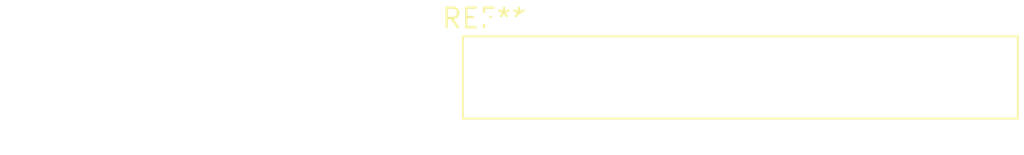
<source format=kicad_pcb>
(kicad_pcb (version 20240108) (generator pcbnew)
  (layers (0 "F.Cu" signal) (31 "B.Cu" signal) (34 "B.Paste" user) (35 "F.Paste" user) (36 "B.SilkS" user "B.Silkscreen") (37 "F.SilkS" user "F.Silkscreen") (38 "B.Mask" user) (39 "F.Mask" user) (44 "Edge.Cuts" user))
  (net 0 "")
  (footprint "Samtec_HLE-114-02-xx-DV-PE-LC_2x14_P2.54mm_Horizontal" (layer "F.Cu") (at 0 0)
    (property "Reference" "REF**")
    (property "Value" "Samtec_HLE-114-02-xx-DV-PE-LC_2x14_P2.54mm_Horizontal")
    (fp_line (start -1.38 1.16) (end 34.4 1.16) (layer "F.SilkS") (stroke (width 0.12)))
    (fp_line (start -1.38 6.46) (end -1.38 1.16) (layer "F.SilkS") (stroke (width 0.12)))
    (fp_line (start 34.4 1.16) (end 34.4 6.46) (layer "F.SilkS") (stroke (width 0.12)))
    (fp_line (start 34.4 6.46) (end -1.38 6.46) (layer "F.SilkS") (stroke (width 0.12)))
    (pad "" np_thru_hole circle (at 0 2.54) (size 1.4 1.4) (drill 1.4) (layers *.Cu *.Mask))
    (pad "" np_thru_hole circle (at 0 5.08) (size 1.4 1.4) (drill 1.4) (layers *.Cu *.Mask))
    (pad "" np_thru_hole circle (at 1.27 3.81) (size 1.19 1.19) (drill 1.19) (layers *.Cu *.Mask))
    (pad "" np_thru_hole circle (at 2.54 2.54) (size 1.4 1.4) (drill 1.4) (layers *.Cu *.Mask))
    (pad "" np_thru_hole circle (at 2.54 5.08) (size 1.4 1.4) (drill 1.4) (layers *.Cu *.Mask))
    (pad "" np_thru_hole circle (at 5.08 2.54) (size 1.4 1.4) (drill 1.4) (layers *.Cu *.Mask))
    (pad "" np_thru_hole circle (at 5.08 5.08) (size 1.4 1.4) (drill 1.4) (layers *.Cu *.Mask))
    (pad "" np_thru_hole circle (at 7.62 2.54) (size 1.4 1.4) (drill 1.4) (layers *.Cu *.Mask))
    (pad "" np_thru_hole circle (at 7.62 5.08) (size 1.4 1.4) (drill 1.4) (layers *.Cu *.Mask))
    (pad "" np_thru_hole circle (at 10.16 2.54) (size 1.4 1.4) (drill 1.4) (layers *.Cu *.Mask))
    (pad "" np_thru_hole circle (at 10.16 5.08) (size 1.4 1.4) (drill 1.4) (layers *.Cu *.Mask))
    (pad "" np_thru_hole circle (at 12.7 2.54) (size 1.4 1.4) (drill 1.4) (layers *.Cu *.Mask))
    (pad "" np_thru_hole circle (at 12.7 5.08) (size 1.4 1.4) (drill 1.4) (layers *.Cu *.Mask))
    (pad "" np_thru_hole circle (at 15.24 2.54) (size 1.4 1.4) (drill 1.4) (layers *.Cu *.Mask))
    (pad "" np_thru_hole circle (at 15.24 5.08) (size 1.4 1.4) (drill 1.4) (layers *.Cu *.Mask))
    (pad "" np_thru_hole circle (at 17.78 2.54) (size 1.4 1.4) (drill 1.4) (layers *.Cu *.Mask))
    (pad "" np_thru_hole circle (at 17.78 5.08) (size 1.4 1.4) (drill 1.4) (layers *.Cu *.Mask))
    (pad "" np_thru_hole circle (at 20.32 2.54) (size 1.4 1.4) (drill 1.4) (layers *.Cu *.Mask))
    (pad "" np_thru_hole circle (at 20.32 5.08) (size 1.4 1.4) (drill 1.4) (layers *.Cu *.Mask))
    (pad "" np_thru_hole circle (at 22.86 2.54) (size 1.4 1.4) (drill 1.4) (layers *.Cu *.Mask))
    (pad "" np_thru_hole circle (at 22.86 5.08) (size 1.4 1.4) (drill 1.4) (layers *.Cu *.Mask))
    (pad "" np_thru_hole circle (at 25.4 2.54) (size 1.4 1.4) (drill 1.4) (layers *.Cu *.Mask))
    (pad "" np_thru_hole circle (at 25.4 5.08) (size 1.4 1.4) (drill 1.4) (layers *.Cu *.Mask))
    (pad "" np_thru_hole circle (at 27.94 2.54) (size 1.4 1.4) (drill 1.4) (layers *.Cu *.Mask))
    (pad "" np_thru_hole circle (at 27.94 5.08) (size 1.4 1.4) (drill 1.4) (layers *.Cu *.Mask))
    (pad "" np_thru_hole circle (at 30.48 2.54) (size 1.4 1.4) (drill 1.4) (layers *.Cu *.Mask))
    (pad "" np_thru_hole circle (at 30.48 5.08) (size 1.4 1.4) (drill 1.4) (layers *.Cu *.Mask))
    (pad "" np_thru_hole circle (at 31.75 3.81) (size 1.19 1.19) (drill 1.19) (layers *.Cu *.Mask))
    (pad "" np_thru_hole circle (at 33.02 2.54) (size 1.4 1.4) (drill 1.4) (layers *.Cu *.Mask))
    (pad "" np_thru_hole circle (at 33.02 5.08) (size 1.4 1.4) (drill 1.4) (layers *.Cu *.Mask))
    (pad "1" thru_hole roundrect (at 0 0) (size 1.31 1.31) (drill 0.71) (layers *.Cu *.Mask) (remove_unused_layers) (roundrect_rratio 0.19084))
    (pad "2" thru_hole circle (at 0 7.62) (size 1.31 1.31) (drill 0.71) (layers *.Cu *.Mask) (remove_unused_layers))
    (pad "3" thru_hole circle (at 2.54 0) (size 1.31 1.31) (drill 0.71) (layers *.Cu *.Mask) (remove_unused_layers))
    (pad "4" thru_hole circle (at 2.54 7.62) (size 1.31 1.31) (drill 0.71) (layers *.Cu *.Mask) (remove_unused_layers))
    (pad "5" thru_hole circle (at 5.08 0) (size 1.31 1.31) (drill 0.71) (layers *.Cu *.Mask) (remove_unused_layers))
    (pad "6" thru_hole circle (at 5.08 7.62) (size 1.31 1.31) (drill 0.71) (layers *.Cu *.Mask) (remove_unused_layers))
    (pad "7" thru_hole circle (at 7.62 0) (size 1.31 1.31) (drill 0.71) (layers *.Cu *.Mask) (remove_unused_layers))
    (pad "8" thru_hole circle (at 7.62 7.62) (size 1.31 1.31) (drill 0.71) (layers *.Cu *.Mask) (remove_unused_layers))
    (pad "9" thru_hole circle (at 10.16 0) (size 1.31 1.31) (drill 0.71) (layers *.Cu *.Mask) (remove_unused_layers))
    (pad "10" thru_hole circle (at 10.16 7.62) (size 1.31 1.31) (drill 0.71) (layers *.Cu *.Mask) (remove_unused_layers))
    (pad "11" thru_hole circle (at 12.7 0) (size 1.31 1.31) (drill 0.71) (layers *.Cu *.Mask) (remove_unused_layers))
    (pad "12" thru_hole circle (at 12.7 7.62) (size 1.31 1.31) (drill 0.71) (layers *.Cu *.Mask) (remove_unused_layers))
    (pad "13" thru_hole circle (at 15.24 0) (size 1.31 1.31) (drill 0.71) (layers *.Cu *.Mask) (remove_unused_layers))
    (pad "14" thru_hole circle (at 15.24 7.62) (size 1.31 1.31) (drill 0.71) (layers *.Cu *.Mask) (remove_unused_layers))
    (pad "15" thru_hole circle (at 17.78 0) (size 1.31 1.31) (drill 0.71) (layers *.Cu *.Mask) (remove_unused_layers))
    (pad "16" thru_hole circle (at 17.78 7.62) (size 1.31 1.31) (drill 0.71) (layers *.Cu *.Mask) (remove_unused_layers))
    (pad "17" thru_hole circle (at 20.32 0) (size 1.31 1.31) (drill 0.71) (layers *.Cu *.Mask) (remove_unused_layers))
    (pad "18" thru_hole circle (at 20.32 7.62) (size 1.31 1.31) (drill 0.71) (layers *.Cu *.Mask) (remove_unused_layers))
    (pad "19" thru_hole circle (at 22.86 0) (size 1.31 1.31) (drill 0.71) (layers *.Cu *.Mask) (remove_unused_layers))
    (pad "20" thru_hole circle (at 22.86 7.62) (size 1.31 1.31) (drill 0.71) (layers *.Cu *.Mask) (remove_unused_layers))
    (pad "21" thru_hole circle (at 25.4 0) (size 1.31 1.31) (drill 0.71) (layers *.Cu *.Mask) (remove_unused_layers))
    (pad "22" thru_hole circle (at 25.4 7.62) (size 1.31 1.31) (drill 0.71) (layers *.Cu *.Mask) (remove_unused_layers))
    (pad "23" thru_hole circle (at 27.94 0) (size 1.31 1.31) (drill 0.71) (layers *.Cu *.Mask) (remove_unused_layers))
    (pad "24" thru_hole circle (at 27.94 7.62) (size 1.31 1.31) (drill 0.71) (layers *.Cu *.Mask) (remove_unused_layers))
    (pad "25" thru_hole circle (at 30.48 0) (size 1.31 1.31) (drill 0.71) (layers *.Cu *.Mask) (remove_unused_layers))
    (pad "26" thru_hole circle (at 30.48 7.62) (size 1.31 1.31) (drill 0.71) (layers *.Cu *.Mask) (remove_unused_layers))
    (pad "27" thru_hole circle (at 33.02 0) (size 1.31 1.31) (drill 0.71) (layers *.Cu *.Mask) (remove_unused_layers))
    (pad "28" thru_hole circle (at 33.02 7.62) (size 1.31 1.31) (drill 0.71) (layers *.Cu *.Mask) (remove_unused_layers))
  )
)
</source>
